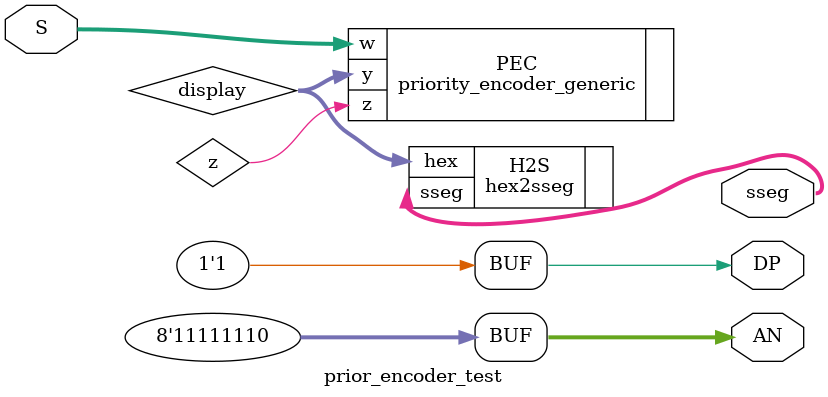
<source format=v>
`timescale 1ns / 1ps


module prior_encoder_test(
    input [15:0] S,
    output DP,
    output [7:0] AN,
    output [6:0] sseg
    );
    
    wire z;
    wire [3:0] display;
    
    priority_encoder_generic #(.N(16)) PEC(
    .w(S),
    .y(display),
    .z(z)
    );
    
    hex2sseg H2S(
    .hex(display),
    .sseg(sseg)
    );
    
    assign DP = 1;
    assign AN = 8'b11111110;
    
    
    
endmodule

</source>
